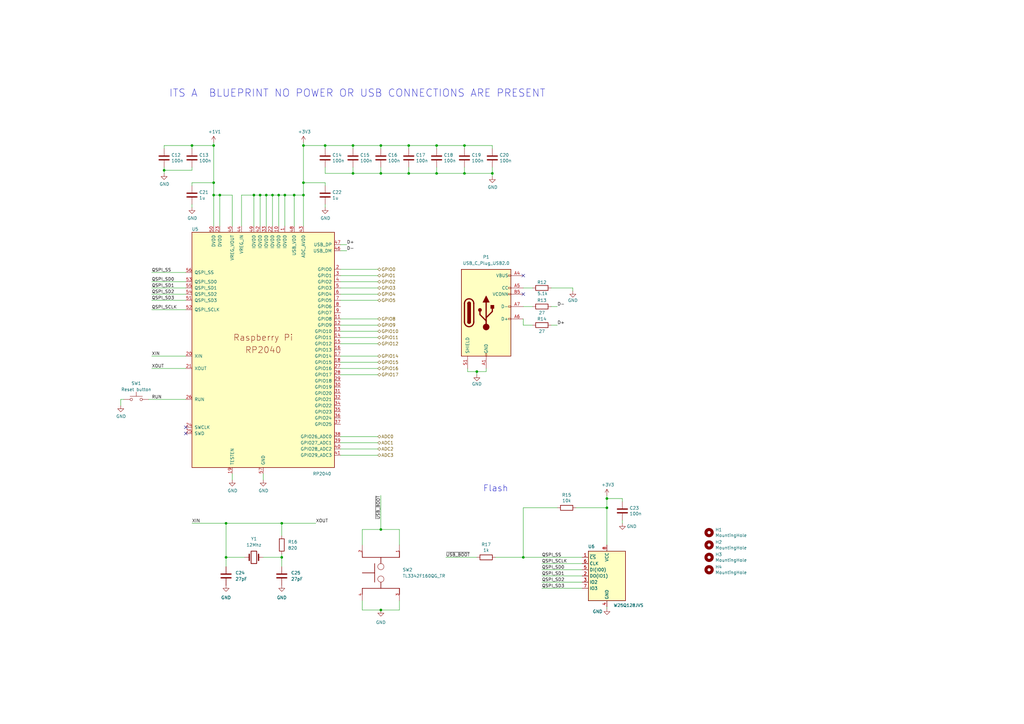
<source format=kicad_sch>
(kicad_sch (version 20250114) (generator "eeschema") (generator_version "9.0")
  (paper "A3")
  (lib_symbols
    (symbol "Connector:USB_C_Plug_USB2.0" (pin_names (offset 1.016))
      (property "Reference" "P" (at -10.16 19.05 0))
      (property "Value" "USB_C_Plug_USB2.0" (at 12.7 19.05 0))
      (symbol "USB_C_Plug_USB2.0_0_0"
        (rectangle (start -0.254 -17.78) (end 0.254 -16.764))
        (rectangle (start 10.16 15.494) (end 9.144 14.986))
        (rectangle (start 10.16 10.414) (end 9.144 9.906))
        (rectangle (start 10.16 7.874) (end 9.144 7.366))
        (rectangle (start 10.16 2.794) (end 9.144 2.286))
        (rectangle (start 10.16 -2.286) (end 9.144 -2.794))
      )
      (symbol "USB_C_Plug_USB2.0_0_1"
        (rectangle (start -10.16 17.78) (end 10.16 -17.78) (stroke (width 0.254)) (fill (type background)))
        (polyline (pts (xy -8.89 -3.81) (xy -8.89 3.81)) (stroke (width 0.508)))
        (rectangle (start -7.62 -3.81) (end -6.35 3.81) (stroke (width 0.254)) (fill (type outline)))
        (arc (start -7.62 3.81) (mid -6.985 4.4423) (end -6.35 3.81) (stroke (width 0.254)))
        (arc (start -7.62 3.81) (mid -6.985 4.4423) (end -6.35 3.81) (stroke (width 0.254)) (fill (type outline)))
        (arc (start -8.89 3.81) (mid -6.985 5.7067) (end -5.08 3.81) (stroke (width 0.508)))
        (arc (start -5.08 -3.81) (mid -6.985 -5.7067) (end -8.89 -3.81) (stroke (width 0.508)))
        (arc (start -6.35 -3.81) (mid -6.985 -4.4423) (end -7.62 -3.81) (stroke (width 0.254)))
        (arc (start -6.35 -3.81) (mid -6.985 -4.4423) (end -7.62 -3.81) (stroke (width 0.254)) (fill (type outline)))
        (polyline (pts (xy -5.08 3.81) (xy -5.08 -3.81)) (stroke (width 0.508)))
        (circle (center -2.54 1.143) (radius 0.635) (stroke (width 0.254)) (fill (type outline)))
        (polyline (pts (xy -1.27 4.318) (xy 0 6.858) (xy 1.27 4.318) (xy -1.27 4.318)) (stroke (width 0.254)) (fill (type outline)))
        (polyline (pts (xy 0 -2.032) (xy 2.54 0.508) (xy 2.54 1.778)) (stroke (width 0.508)))
        (polyline (pts (xy 0 -3.302) (xy -2.54 -0.762) (xy -2.54 0.508)) (stroke (width 0.508)))
        (polyline (pts (xy 0 -5.842) (xy 0 4.318)) (stroke (width 0.508)))
        (circle (center 0 -5.842) (radius 1.27) (fill (type outline)))
        (rectangle (start 1.905 1.778) (end 3.175 3.048) (stroke (width 0.254)) (fill (type outline)))
      )
      (symbol "USB_C_Plug_USB2.0_1_1"
        (pin passive line (at -7.62 -22.86 90) (length 5.08) (name "SHIELD") (number "S1"))
        (pin passive line (at 0 -22.86 90) (length 5.08) (name "GND") (number "A1"))
        (pin passive line (at 0 -22.86 90) (length 5.08) (hide yes) (name "GND") (number "A12"))
        (pin passive line (at 0 -22.86 90) (length 5.08) (hide yes) (name "GND") (number "B1"))
        (pin passive line (at 0 -22.86 90) (length 5.08) (hide yes) (name "GND") (number "B12"))
        (pin passive line (at 15.24 15.24 180) (length 5.08) (name "VBUS") (number "A4"))
        (pin passive line (at 15.24 15.24 180) (length 5.08) (hide yes) (name "VBUS") (number "A9"))
        (pin passive line (at 15.24 15.24 180) (length 5.08) (hide yes) (name "VBUS") (number "B4"))
        (pin passive line (at 15.24 15.24 180) (length 5.08) (hide yes) (name "VBUS") (number "B9"))
        (pin bidirectional line (at 15.24 10.16 180) (length 5.08) (name "CC") (number "A5"))
        (pin bidirectional line (at 15.24 7.62 180) (length 5.08) (name "VCONN") (number "B5"))
        (pin bidirectional line (at 15.24 2.54 180) (length 5.08) (name "D-") (number "A7"))
        (pin bidirectional line (at 15.24 -2.54 180) (length 5.08) (name "D+") (number "A6"))
      )
    )
    (symbol "Device:C" (pin_numbers (hide yes)) (pin_names (offset 0.254))
      (property "Reference" "C" (at 0.635 2.54 0))
      (property "Value" "C" (at 0.635 -2.54 0))
      (symbol "C_0_1"
        (polyline (pts (xy -2.032 0.762) (xy 2.032 0.762)) (stroke (width 0.508)))
        (polyline (pts (xy -2.032 -0.762) (xy 2.032 -0.762)) (stroke (width 0.508)))
      )
      (symbol "C_1_1"
        (pin passive line (at 0 3.81 270) (length 2.794) (name "~") (number "1"))
        (pin passive line (at 0 -3.81 90) (length 2.794) (name "~") (number "2"))
      )
    )
    (symbol "Device:Crystal" (pin_numbers (hide yes)) (pin_names (offset 1.016) (hide yes))
      (property "Reference" "Y" (at 0 3.81 0))
      (property "Value" "Crystal" (at 0 -3.81 0))
      (symbol "Crystal_0_1"
        (polyline (pts (xy -2.54 0) (xy -1.905 0)))
        (polyline (pts (xy -1.905 -1.27) (xy -1.905 1.27)) (stroke (width 0.508)))
        (rectangle (start -1.143 2.54) (end 1.143 -2.54) (stroke (width 0.3048)))
        (polyline (pts (xy 1.905 -1.27) (xy 1.905 1.27)) (stroke (width 0.508)))
        (polyline (pts (xy 2.54 0) (xy 1.905 0)))
      )
      (symbol "Crystal_1_1"
        (pin passive line (at -3.81 0 0) (length 1.27) (name "1") (number "1"))
        (pin passive line (at 3.81 0 180) (length 1.27) (name "2") (number "2"))
      )
    )
    (symbol "Device:R" (pin_numbers (hide yes)) (pin_names (offset 0))
      (property "Reference" "R" (at 2.032 0 90))
      (property "Value" "R" (at 0 0 90))
      (symbol "R_0_1"
        (rectangle (start -1.016 -2.54) (end 1.016 2.54) (stroke (width 0.254)))
      )
      (symbol "R_1_1"
        (pin passive line (at 0 3.81 270) (length 1.27) (name "~") (number "1"))
        (pin passive line (at 0 -3.81 90) (length 1.27) (name "~") (number "2"))
      )
    )
    (symbol "GND_1" (power) (pin_numbers (hide yes)) (pin_names (offset 0) (hide yes))
      (property "Value" "GND" (at 0 -3.81 0))
      (symbol "GND_1_0_1"
        (polyline (pts (xy 0 0) (xy 0 -1.27) (xy 1.27 -1.27) (xy 0 -2.54) (xy -1.27 -1.27) (xy 0 -1.27)))
      )
      (symbol "GND_1_1_1"
        (pin power_in line (at 0 0 270) (length 0) (name "~") (number "1"))
      )
    )
    (symbol "GND_2" (power) (pin_numbers (hide yes)) (pin_names (offset 0) (hide yes))
      (property "Value" "GND" (at 0 -3.81 0))
      (symbol "GND_2_0_1"
        (polyline (pts (xy 0 0) (xy 0 -1.27) (xy 1.27 -1.27) (xy 0 -2.54) (xy -1.27 -1.27) (xy 0 -1.27)))
      )
      (symbol "GND_2_1_1"
        (pin power_in line (at 0 0 270) (length 0) (name "~") (number "1"))
      )
    )
    (symbol "MCU_RaspberryPi_RP2040:RP2040" (pin_names (offset 1.016))
      (property "Reference" "U" (at -29.21 49.53 0))
      (property "Value" "RP2040" (at 24.13 -49.53 0))
      (symbol "RP2040_0_0"
        (text "Raspberry Pi" (at 0 5.08 0) (effects (font (size 2.54 2.54))))
        (text "RP2040" (at 0 0 0) (effects (font (size 2.54 2.54))))
      )
      (symbol "RP2040_0_1"
        (rectangle (start 29.21 48.26) (end -29.21 -48.26) (stroke (width 0.254)) (fill (type background)))
      )
      (symbol "RP2040_1_1"
        (pin bidirectional line (at -31.75 31.75 0) (length 2.54) (name "QSPI_SS") (number "56"))
        (pin bidirectional line (at -31.75 27.94 0) (length 2.54) (name "QSPI_SD0") (number "53"))
        (pin bidirectional line (at -31.75 25.4 0) (length 2.54) (name "QSPI_SD1") (number "55"))
        (pin bidirectional line (at -31.75 22.86 0) (length 2.54) (name "QSPI_SD2") (number "54"))
        (pin bidirectional line (at -31.75 20.32 0) (length 2.54) (name "QSPI_SD3") (number "51"))
        (pin output line (at -31.75 16.51 0) (length 2.54) (name "QSPI_SCLK") (number "52"))
        (pin input line (at -31.75 -2.54 0) (length 2.54) (name "XIN") (number "20"))
        (pin passive line (at -31.75 -7.62 0) (length 2.54) (name "XOUT") (number "21"))
        (pin input line (at -31.75 -20.32 0) (length 2.54) (name "RUN") (number "26"))
        (pin output line (at -31.75 -31.75 0) (length 2.54) (name "SWCLK") (number "24"))
        (pin bidirectional line (at -31.75 -34.29 0) (length 2.54) (name "SWD") (number "25"))
        (pin power_in line (at -20.32 50.8 270) (length 2.54) (name "DVDD") (number "50"))
        (pin power_in line (at -17.78 50.8 270) (length 2.54) (name "DVDD") (number "23"))
        (pin power_out line (at -12.7 50.8 270) (length 2.54) (name "VREG_VOUT") (number "45"))
        (pin passive line (at -12.7 -50.8 90) (length 2.54) (name "TESTEN") (number "19"))
        (pin power_in line (at -8.89 50.8 270) (length 2.54) (name "VREG_IN") (number "44"))
        (pin power_in line (at -3.81 50.8 270) (length 2.54) (name "IOVDD") (number "49"))
        (pin power_in line (at -1.27 50.8 270) (length 2.54) (name "IOVDD") (number "42"))
        (pin power_in line (at 0 -50.8 90) (length 2.54) (name "GND") (number "57"))
        (pin power_in line (at 1.27 50.8 270) (length 2.54) (name "IOVDD") (number "33"))
        (pin power_in line (at 3.81 50.8 270) (length 2.54) (name "IOVDD") (number "22"))
        (pin power_in line (at 6.35 50.8 270) (length 2.54) (name "IOVDD") (number "10"))
        (pin power_in line (at 8.89 50.8 270) (length 2.54) (name "IOVDD") (number "1"))
        (pin power_in line (at 12.7 50.8 270) (length 2.54) (name "USB_VDD") (number "48"))
        (pin power_in line (at 16.51 50.8 270) (length 2.54) (name "ADC_AVDD") (number "43"))
        (pin bidirectional line (at 31.75 43.18 180) (length 2.54) (name "USB_DP") (number "47"))
        (pin bidirectional line (at 31.75 40.64 180) (length 2.54) (name "USB_DM") (number "46"))
        (pin bidirectional line (at 31.75 33.02 180) (length 2.54) (name "GPIO0") (number "2"))
        (pin bidirectional line (at 31.75 30.48 180) (length 2.54) (name "GPIO1") (number "3"))
        (pin bidirectional line (at 31.75 27.94 180) (length 2.54) (name "GPIO2") (number "4"))
        (pin bidirectional line (at 31.75 25.4 180) (length 2.54) (name "GPIO3") (number "5"))
        (pin bidirectional line (at 31.75 22.86 180) (length 2.54) (name "GPIO4") (number "6"))
        (pin bidirectional line (at 31.75 20.32 180) (length 2.54) (name "GPIO5") (number "7"))
        (pin bidirectional line (at 31.75 17.78 180) (length 2.54) (name "GPIO6") (number "8"))
        (pin bidirectional line (at 31.75 15.24 180) (length 2.54) (name "GPIO7") (number "9"))
        (pin bidirectional line (at 31.75 12.7 180) (length 2.54) (name "GPIO8") (number "11"))
        (pin bidirectional line (at 31.75 10.16 180) (length 2.54) (name "GPIO9") (number "12"))
        (pin bidirectional line (at 31.75 7.62 180) (length 2.54) (name "GPIO10") (number "13"))
        (pin bidirectional line (at 31.75 5.08 180) (length 2.54) (name "GPIO11") (number "14"))
        (pin bidirectional line (at 31.75 2.54 180) (length 2.54) (name "GPIO12") (number "15"))
        (pin bidirectional line (at 31.75 0 180) (length 2.54) (name "GPIO13") (number "16"))
        (pin bidirectional line (at 31.75 -2.54 180) (length 2.54) (name "GPIO14") (number "17"))
        (pin bidirectional line (at 31.75 -5.08 180) (length 2.54) (name "GPIO15") (number "18"))
        (pin bidirectional line (at 31.75 -7.62 180) (length 2.54) (name "GPIO16") (number "27"))
        (pin bidirectional line (at 31.75 -10.16 180) (length 2.54) (name "GPIO17") (number "28"))
        (pin bidirectional line (at 31.75 -12.7 180) (length 2.54) (name "GPIO18") (number "29"))
        (pin bidirectional line (at 31.75 -15.24 180) (length 2.54) (name "GPIO19") (number "30"))
        (pin bidirectional line (at 31.75 -17.78 180) (length 2.54) (name "GPIO20") (number "31"))
        (pin bidirectional line (at 31.75 -20.32 180) (length 2.54) (name "GPIO21") (number "32"))
        (pin bidirectional line (at 31.75 -22.86 180) (length 2.54) (name "GPIO22") (number "34"))
        (pin bidirectional line (at 31.75 -25.4 180) (length 2.54) (name "GPIO23") (number "35"))
        (pin bidirectional line (at 31.75 -27.94 180) (length 2.54) (name "GPIO24") (number "36"))
        (pin bidirectional line (at 31.75 -30.48 180) (length 2.54) (name "GPIO25") (number "37"))
        (pin bidirectional line (at 31.75 -35.56 180) (length 2.54) (name "GPIO26_ADC0") (number "38"))
        (pin bidirectional line (at 31.75 -38.1 180) (length 2.54) (name "GPIO27_ADC1") (number "39"))
        (pin bidirectional line (at 31.75 -40.64 180) (length 2.54) (name "GPIO28_ADC2") (number "40"))
        (pin bidirectional line (at 31.75 -43.18 180) (length 2.54) (name "GPIO29_ADC3") (number "41"))
      )
    )
    (symbol "Mechanical:MountingHole" (pin_names (offset 1.016))
      (property "Reference" "H" (at 0 5.08 0))
      (property "Value" "MountingHole" (at 0 3.175 0))
      (symbol "MountingHole_0_1"
        (circle (center 0 0) (radius 1.27) (stroke (width 1.27)))
      )
    )
    (symbol "Memory_Flash:W25Q128JVS"
      (property "Reference" "U" (at -8.89 8.89 0))
      (property "Value" "W25Q128JVS" (at 7.62 8.89 0))
      (symbol "W25Q128JVS_0_1"
        (rectangle (start -7.62 10.16) (end 7.62 -10.16) (stroke (width 0.254)) (fill (type background)))
      )
      (symbol "W25Q128JVS_1_1"
        (pin input line (at -10.16 7.62 0) (length 2.54) (name "~{CS}") (number "1"))
        (pin input line (at -10.16 5.08 0) (length 2.54) (name "CLK") (number "6"))
        (pin bidirectional line (at -10.16 2.54 0) (length 2.54) (name "DI(IO0)") (number "5"))
        (pin bidirectional line (at -10.16 0 0) (length 2.54) (name "DO(IO1)") (number "2"))
        (pin bidirectional line (at -10.16 -2.54 0) (length 2.54) (name "IO2") (number "3"))
        (pin bidirectional line (at -10.16 -5.08 0) (length 2.54) (name "IO3") (number "7"))
        (pin power_in line (at 0 12.7 270) (length 2.54) (name "VCC") (number "8"))
        (pin power_in line (at 0 -12.7 90) (length 2.54) (name "GND") (number "4"))
      )
    )
    (symbol "Switch:SW_Push" (pin_numbers (hide yes)) (pin_names (offset 1.016) (hide yes))
      (property "Reference" "SW" (at 1.27 2.54 0))
      (property "Value" "SW_Push" (at 0 -1.524 0))
      (symbol "SW_Push_0_1"
        (circle (center -2.032 0) (radius 0.508))
        (polyline (pts (xy 0 1.27) (xy 0 3.048)))
        (circle (center 2.032 0) (radius 0.508))
        (polyline (pts (xy 2.54 1.27) (xy -2.54 1.27)))
        (pin passive line (at -5.08 0 0) (length 2.54) (name "1") (number "1"))
        (pin passive line (at 5.08 0 180) (length 2.54) (name "2") (number "2"))
      )
    )
    (symbol "TL3342F160QG_TR:TL3342F160QG_TR" (pin_names (offset 1.016))
      (property "Reference" "SW" (at -12.7292 16.5481 0))
      (property "Value" "TL3342F160QG_TR" (at -12.7326 -17.8256 0))
      (symbol "TL3342F160QG_TR_0_0"
        (polyline (pts (xy -7.62 6.35) (xy -7.62 8.89)) (stroke (width 0.254)))
        (polyline (pts (xy -7.62 6.35) (xy 7.62 6.35)) (stroke (width 0.254)))
        (polyline (pts (xy -7.62 -6.35) (xy -7.62 -8.89)) (stroke (width 0.254)))
        (polyline (pts (xy -7.62 -6.35) (xy 7.62 -6.35)) (stroke (width 0.254)))
        (polyline (pts (xy 0 6.35) (xy 0 3.81)) (stroke (width 0.254)))
        (circle (center 0 2.54) (radius 1.27))
        (circle (center 0 -2.54) (radius 1.27))
        (polyline (pts (xy 0 -3.81) (xy 0 -6.35)) (stroke (width 0.254)))
        (polyline (pts (xy 2.54 3.81) (xy 2.54 0)) (stroke (width 0.254)))
        (polyline (pts (xy 2.54 0) (xy 2.54 -3.81)) (stroke (width 0.254)))
        (polyline (pts (xy 2.54 0) (xy 7.62 0)) (stroke (width 0.254)))
        (polyline (pts (xy 7.62 6.35) (xy 7.62 8.89)) (stroke (width 0.254)))
        (polyline (pts (xy 7.62 -6.35) (xy 7.62 -8.89)) (stroke (width 0.254)))
        (pin passive line (at -7.62 11.43 270) (length 5.08) (name "~") (number "3"))
        (pin passive line (at -7.62 -11.43 90) (length 5.08) (name "~") (number "1"))
        (pin passive line (at 7.62 11.43 270) (length 5.08) (name "~") (number "4"))
        (pin passive line (at 7.62 -11.43 90) (length 5.08) (name "~") (number "2"))
      )
    )
    (symbol "power:+1V1" (power) (pin_names (offset 0))
      (property "Value" "+1V1" (at 0 3.556 0))
      (symbol "+1V1_0_1"
        (polyline (pts (xy -0.762 1.27) (xy 0 2.54)))
        (polyline (pts (xy 0 2.54) (xy 0.762 1.27)))
        (polyline (pts (xy 0 0) (xy 0 2.54)))
      )
      (symbol "+1V1_1_1"
        (pin power_in line (at 0 0 90) (length 0) (hide yes) (name "+1V1") (number "1"))
      )
    )
    (symbol "power:+3V3" (power) (pin_names (offset 0))
      (property "Value" "+3V3" (at 0 3.556 0))
      (symbol "+3V3_0_1"
        (polyline (pts (xy -0.762 1.27) (xy 0 2.54)))
        (polyline (pts (xy 0 2.54) (xy 0.762 1.27)))
        (polyline (pts (xy 0 0) (xy 0 2.54)))
      )
      (symbol "+3V3_1_1"
        (pin power_in line (at 0 0 90) (length 0) (hide yes) (name "+3V3") (number "1"))
      )
    )
    (symbol "power:GND" (power) (pin_names (offset 0))
      (property "Value" "GND" (at 0 -3.81 0))
      (symbol "GND_0_1"
        (polyline (pts (xy 0 0) (xy 0 -1.27) (xy 1.27 -1.27) (xy 0 -2.54) (xy -1.27 -1.27) (xy 0 -1.27)))
      )
      (symbol "GND_1_1"
        (pin power_in line (at 0 0 270) (length 0) (hide yes) (name "GND") (number "1"))
      )
    )
  )
  (text "Flash" (at 198.12 201.93 0) (effects (font (size 2.54 2.54)) (justify left bottom)))
  (text "ITS A  BLUEPRINT NO POWER OR USB CONNECTIONS ARE PRESENT" (at 146.558 38.354 0) (effects (font (size 3.048 3.048))))
  (junction (at 109.22 80.01))
  (junction (at 116.84 80.01))
  (junction (at 190.5 71.12))
  (junction (at 133.35 59.69))
  (junction (at 115.57 214.63))
  (junction (at 87.63 74.93))
  (junction (at 167.64 59.69))
  (junction (at 104.14 80.01))
  (junction (at 179.07 59.69))
  (junction (at 201.93 71.12))
  (junction (at 190.5 59.69))
  (junction (at 124.46 59.69))
  (junction (at 67.31 69.85))
  (junction (at 248.92 208.28))
  (junction (at 248.92 204.47))
  (junction (at 90.17 80.01))
  (junction (at 156.21 250.19))
  (junction (at 124.46 74.93))
  (junction (at 156.21 59.69))
  (junction (at 124.46 80.01))
  (junction (at 156.21 71.12))
  (junction (at 106.68 80.01))
  (junction (at 156.21 217.17))
  (junction (at 214.63 228.6))
  (junction (at 114.3 80.01))
  (junction (at 78.74 59.69))
  (junction (at 167.64 71.12))
  (junction (at 87.63 80.01))
  (junction (at 92.71 214.63))
  (junction (at 115.57 228.6))
  (junction (at 120.65 80.01))
  (junction (at 92.71 228.6))
  (junction (at 179.07 71.12))
  (junction (at 111.76 80.01))
  (junction (at 195.58 152.4))
  (junction (at 87.63 59.69))
  (junction (at 144.78 59.69))
  (junction (at 144.78 71.12))
  (no_connect (at 76.2 177.8))
  (no_connect (at 76.2 175.26))
  (no_connect (at 214.63 120.65))
  (no_connect (at 214.63 113.03))
  (wire (pts (xy 139.7 120.65) (xy 154.94 120.65)))
  (wire (pts (xy 111.76 80.01) (xy 114.3 80.01)))
  (wire (pts (xy 49.53 163.83) (xy 50.8 163.83)))
  (wire (pts (xy 133.35 83.82) (xy 133.35 85.09)))
  (wire (pts (xy 201.93 68.58) (xy 201.93 71.12)))
  (wire (pts (xy 226.06 118.11) (xy 234.95 118.11)))
  (wire (pts (xy 124.46 59.69) (xy 124.46 74.93)))
  (wire (pts (xy 156.21 71.12) (xy 144.78 71.12)))
  (wire (pts (xy 156.21 203.2) (xy 156.21 217.17)))
  (wire (pts (xy 99.06 80.01) (xy 104.14 80.01)))
  (wire (pts (xy 139.7 135.89) (xy 154.94 135.89)))
  (wire (pts (xy 139.7 100.33) (xy 142.24 100.33)))
  (wire (pts (xy 106.68 92.71) (xy 106.68 80.01)))
  (wire (pts (xy 99.06 92.71) (xy 99.06 80.01)))
  (wire (pts (xy 156.21 250.19) (xy 163.83 250.19)))
  (wire (pts (xy 214.63 208.28) (xy 228.6 208.28)))
  (wire (pts (xy 115.57 228.6) (xy 115.57 232.41)))
  (wire (pts (xy 87.63 59.69) (xy 87.63 74.93)))
  (wire (pts (xy 201.93 60.96) (xy 201.93 59.69)))
  (wire (pts (xy 90.17 92.71) (xy 90.17 80.01)))
  (wire (pts (xy 226.06 125.73) (xy 228.6 125.73)))
  (wire (pts (xy 148.59 223.52) (xy 148.59 217.17)))
  (wire (pts (xy 87.63 80.01) (xy 87.63 92.71)))
  (wire (pts (xy 62.23 123.19) (xy 76.2 123.19)))
  (wire (pts (xy 156.21 68.58) (xy 156.21 71.12)))
  (wire (pts (xy 92.71 228.6) (xy 92.71 232.41)))
  (wire (pts (xy 238.76 233.68) (xy 222.25 233.68)))
  (wire (pts (xy 199.39 152.4) (xy 199.39 151.13)))
  (wire (pts (xy 248.92 249.555) (xy 248.92 248.92)))
  (wire (pts (xy 167.64 60.96) (xy 167.64 59.69)))
  (wire (pts (xy 214.63 130.81) (xy 214.63 133.35)))
  (wire (pts (xy 62.23 118.11) (xy 76.2 118.11)))
  (wire (pts (xy 104.14 80.01) (xy 106.68 80.01)))
  (wire (pts (xy 190.5 71.12) (xy 179.07 71.12)))
  (wire (pts (xy 179.07 60.96) (xy 179.07 59.69)))
  (wire (pts (xy 92.71 214.63) (xy 92.71 228.6)))
  (wire (pts (xy 116.84 80.01) (xy 120.65 80.01)))
  (wire (pts (xy 214.63 133.35) (xy 218.44 133.35)))
  (wire (pts (xy 179.07 59.69) (xy 190.5 59.69)))
  (wire (pts (xy 111.76 92.71) (xy 111.76 80.01)))
  (wire (pts (xy 78.74 83.82) (xy 78.74 85.09)))
  (wire (pts (xy 214.63 125.73) (xy 218.44 125.73)))
  (wire (pts (xy 67.31 69.85) (xy 67.31 71.12)))
  (wire (pts (xy 67.31 59.69) (xy 78.74 59.69)))
  (wire (pts (xy 133.35 60.96) (xy 133.35 59.69)))
  (wire (pts (xy 148.59 250.19) (xy 156.21 250.19)))
  (wire (pts (xy 139.7 148.59) (xy 154.94 148.59)))
  (wire (pts (xy 139.7 130.81) (xy 154.94 130.81)))
  (wire (pts (xy 78.74 76.2) (xy 78.74 74.93)))
  (wire (pts (xy 115.57 214.63) (xy 129.54 214.63)))
  (wire (pts (xy 124.46 74.93) (xy 124.46 80.01)))
  (wire (pts (xy 255.27 205.74) (xy 255.27 204.47)))
  (wire (pts (xy 179.07 68.58) (xy 179.07 71.12)))
  (wire (pts (xy 114.3 92.71) (xy 114.3 80.01)))
  (wire (pts (xy 95.25 80.01) (xy 90.17 80.01)))
  (wire (pts (xy 163.83 217.17) (xy 163.83 223.52)))
  (wire (pts (xy 234.95 118.11) (xy 234.95 119.38)))
  (wire (pts (xy 76.2 127) (xy 62.23 127)))
  (wire (pts (xy 133.35 59.69) (xy 144.78 59.69)))
  (wire (pts (xy 139.7 146.05) (xy 154.94 146.05)))
  (wire (pts (xy 214.63 208.28) (xy 214.63 228.6)))
  (wire (pts (xy 60.96 163.83) (xy 76.2 163.83)))
  (wire (pts (xy 167.64 59.69) (xy 179.07 59.69)))
  (wire (pts (xy 90.17 80.01) (xy 87.63 80.01)))
  (wire (pts (xy 139.7 115.57) (xy 154.94 115.57)))
  (wire (pts (xy 238.76 236.22) (xy 222.25 236.22)))
  (wire (pts (xy 139.7 153.67) (xy 154.94 153.67)))
  (wire (pts (xy 248.92 208.28) (xy 248.92 223.52)))
  (wire (pts (xy 226.06 133.35) (xy 228.6 133.35)))
  (wire (pts (xy 67.31 69.85) (xy 78.74 69.85)))
  (wire (pts (xy 78.74 59.69) (xy 87.63 59.69)))
  (wire (pts (xy 156.21 59.69) (xy 167.64 59.69)))
  (wire (pts (xy 248.92 204.47) (xy 248.92 208.28)))
  (wire (pts (xy 120.65 80.01) (xy 124.46 80.01)))
  (wire (pts (xy 107.95 194.31) (xy 107.95 196.85)))
  (wire (pts (xy 76.2 151.13) (xy 62.23 151.13)))
  (wire (pts (xy 144.78 59.69) (xy 156.21 59.69)))
  (wire (pts (xy 78.74 60.96) (xy 78.74 59.69)))
  (wire (pts (xy 203.2 228.6) (xy 214.63 228.6)))
  (wire (pts (xy 76.2 111.76) (xy 62.23 111.76)))
  (wire (pts (xy 139.7 184.15) (xy 154.94 184.15)))
  (wire (pts (xy 190.5 71.12) (xy 201.93 71.12)))
  (wire (pts (xy 78.74 69.85) (xy 78.74 68.58)))
  (wire (pts (xy 156.21 60.96) (xy 156.21 59.69)))
  (wire (pts (xy 120.65 92.71) (xy 120.65 80.01)))
  (wire (pts (xy 148.59 217.17) (xy 156.21 217.17)))
  (wire (pts (xy 78.74 214.63) (xy 92.71 214.63)))
  (wire (pts (xy 195.58 228.6) (xy 182.88 228.6)))
  (wire (pts (xy 144.78 60.96) (xy 144.78 59.69)))
  (wire (pts (xy 139.7 118.11) (xy 154.94 118.11)))
  (wire (pts (xy 238.76 241.3) (xy 222.25 241.3)))
  (wire (pts (xy 190.5 68.58) (xy 190.5 71.12)))
  (wire (pts (xy 67.31 68.58) (xy 67.31 69.85)))
  (wire (pts (xy 92.71 214.63) (xy 115.57 214.63)))
  (wire (pts (xy 87.63 58.42) (xy 87.63 59.69)))
  (wire (pts (xy 124.46 80.01) (xy 124.46 92.71)))
  (wire (pts (xy 238.76 238.76) (xy 222.25 238.76)))
  (wire (pts (xy 248.92 203.2) (xy 248.92 204.47)))
  (wire (pts (xy 62.23 120.65) (xy 76.2 120.65)))
  (wire (pts (xy 167.64 68.58) (xy 167.64 71.12)))
  (wire (pts (xy 191.77 151.13) (xy 191.77 152.4)))
  (wire (pts (xy 148.59 246.38) (xy 148.59 250.19)))
  (wire (pts (xy 201.93 71.12) (xy 201.93 72.39)))
  (wire (pts (xy 195.58 152.4) (xy 195.58 153.67)))
  (wire (pts (xy 139.7 133.35) (xy 154.94 133.35)))
  (wire (pts (xy 139.7 113.03) (xy 154.94 113.03)))
  (wire (pts (xy 139.7 140.97) (xy 154.94 140.97)))
  (wire (pts (xy 190.5 60.96) (xy 190.5 59.69)))
  (wire (pts (xy 139.7 123.19) (xy 154.94 123.19)))
  (wire (pts (xy 49.53 166.37) (xy 49.53 163.83)))
  (wire (pts (xy 107.95 228.6) (xy 115.57 228.6)))
  (wire (pts (xy 144.78 71.12) (xy 133.35 71.12)))
  (wire (pts (xy 106.68 80.01) (xy 109.22 80.01)))
  (wire (pts (xy 179.07 71.12) (xy 167.64 71.12)))
  (wire (pts (xy 78.74 74.93) (xy 87.63 74.93)))
  (wire (pts (xy 62.23 115.57) (xy 76.2 115.57)))
  (wire (pts (xy 139.7 186.69) (xy 154.94 186.69)))
  (wire (pts (xy 139.7 179.07) (xy 154.94 179.07)))
  (wire (pts (xy 191.77 152.4) (xy 195.58 152.4)))
  (wire (pts (xy 116.84 80.01) (xy 116.84 92.71)))
  (wire (pts (xy 139.7 102.87) (xy 142.24 102.87)))
  (wire (pts (xy 133.35 68.58) (xy 133.35 71.12)))
  (wire (pts (xy 100.33 228.6) (xy 92.71 228.6)))
  (wire (pts (xy 236.22 208.28) (xy 248.92 208.28)))
  (wire (pts (xy 163.83 246.38) (xy 163.83 250.19)))
  (wire (pts (xy 195.58 152.4) (xy 199.39 152.4)))
  (wire (pts (xy 139.7 138.43) (xy 154.94 138.43)))
  (wire (pts (xy 190.5 59.69) (xy 201.93 59.69)))
  (wire (pts (xy 124.46 59.69) (xy 133.35 59.69)))
  (wire (pts (xy 167.64 71.12) (xy 156.21 71.12)))
  (wire (pts (xy 144.78 68.58) (xy 144.78 71.12)))
  (wire (pts (xy 255.27 204.47) (xy 248.92 204.47)))
  (wire (pts (xy 104.14 92.71) (xy 104.14 80.01)))
  (wire (pts (xy 114.3 80.01) (xy 116.84 80.01)))
  (wire (pts (xy 222.25 231.14) (xy 238.76 231.14)))
  (wire (pts (xy 156.21 217.17) (xy 163.83 217.17)))
  (wire (pts (xy 124.46 58.42) (xy 124.46 59.69)))
  (wire (pts (xy 139.7 110.49) (xy 154.94 110.49)))
  (wire (pts (xy 214.63 228.6) (xy 238.76 228.6)))
  (wire (pts (xy 255.27 213.36) (xy 255.27 214.63)))
  (wire (pts (xy 214.63 118.11) (xy 218.44 118.11)))
  (wire (pts (xy 67.31 60.96) (xy 67.31 59.69)))
  (wire (pts (xy 124.46 74.93) (xy 133.35 74.93)))
  (wire (pts (xy 139.7 181.61) (xy 154.94 181.61)))
  (wire (pts (xy 109.22 80.01) (xy 111.76 80.01)))
  (wire (pts (xy 115.57 227.33) (xy 115.57 228.6)))
  (wire (pts (xy 133.35 76.2) (xy 133.35 74.93)))
  (wire (pts (xy 109.22 92.71) (xy 109.22 80.01)))
  (wire (pts (xy 87.63 74.93) (xy 87.63 80.01)))
  (wire (pts (xy 95.25 92.71) (xy 95.25 80.01)))
  (wire (pts (xy 95.25 194.31) (xy 95.25 196.85)))
  (wire (pts (xy 115.57 214.63) (xy 115.57 219.71)))
  (wire (pts (xy 62.23 146.05) (xy 76.2 146.05)))
  (wire (pts (xy 139.7 151.13) (xy 154.94 151.13)))
  (label "XIN" (at 78.74 214.63 0))
  (label "QSPI_SS" (at 222.25 228.6 0))
  (label "QSPI_SD3" (at 62.23 123.19 0))
  (label "QSPI_SD1" (at 62.23 118.11 0))
  (label "~{USB_BOOT}" (at 156.21 203.2 270))
  (label "QSPI_SCLK" (at 222.25 231.14 0))
  (label "XOUT" (at 129.54 214.63 0))
  (label "RUN" (at 62.23 163.83 0))
  (label "QSPI_SCLK" (at 62.23 127 0))
  (label "XOUT" (at 62.23 151.13 0))
  (label "~{USB_BOOT}" (at 182.88 228.6 0))
  (label "QSPI_SS" (at 62.23 111.76 0))
  (label "QSPI_SD2" (at 222.25 238.76 0))
  (label "XIN" (at 62.23 146.05 0))
  (label "D+" (at 142.24 100.33 0))
  (label "QSPI_SD1" (at 222.25 236.22 0))
  (label "QSPI_SD2" (at 62.23 120.65 0))
  (label "D+" (at 228.6 133.35 0))
  (label "D-" (at 228.6 125.73 0))
  (label "QSPI_SD0" (at 62.23 115.57 0))
  (label "D-" (at 142.24 102.87 0))
  (label "QSPI_SD0" (at 222.25 233.68 0))
  (label "QSPI_SD3" (at 222.25 241.3 0))
  (hierarchical_label "ADC3" (shape bidirectional) (at 154.94 186.69 0))
  (hierarchical_label "GPIO8" (shape bidirectional) (at 154.94 130.81 0))
  (hierarchical_label "GPIO11" (shape bidirectional) (at 154.94 138.43 0))
  (hierarchical_label "GPIO15" (shape bidirectional) (at 154.94 148.59 0))
  (hierarchical_label "GPIO17" (shape bidirectional) (at 154.94 153.67 0))
  (hierarchical_label "GPIO1" (shape bidirectional) (at 154.94 113.03 0))
  (hierarchical_label "ADC0" (shape bidirectional) (at 154.94 179.07 0))
  (hierarchical_label "GPIO4" (shape bidirectional) (at 154.94 120.65 0))
  (hierarchical_label "GPIO12" (shape bidirectional) (at 154.94 140.97 0))
  (hierarchical_label "GPIO14" (shape bidirectional) (at 154.94 146.05 0))
  (hierarchical_label "GPIO10" (shape bidirectional) (at 154.94 135.89 0))
  (hierarchical_label "GPIO3" (shape bidirectional) (at 154.94 118.11 0))
  (hierarchical_label "GPIO16" (shape bidirectional) (at 154.94 151.13 0))
  (hierarchical_label "GPIO9" (shape bidirectional) (at 154.94 133.35 0))
  (hierarchical_label "ADC1" (shape bidirectional) (at 154.94 181.61 0))
  (hierarchical_label "GPIO0" (shape bidirectional) (at 154.94 110.49 0))
  (hierarchical_label "ADC2" (shape bidirectional) (at 154.94 184.15 0))
  (hierarchical_label "GPIO2" (shape bidirectional) (at 154.94 115.57 0))
  (hierarchical_label "GPIO5" (shape bidirectional) (at 154.94 123.19 0))
  (symbol (lib_id "MCU_RaspberryPi_RP2040:RP2040") (at 107.95 143.51 0) (unit 1)
    (property "Reference" "U5" (at 80.01 93.98 0))
    (property "Value" "RP2040" (at 132.08 194.31 0))
    (property "Footprint" "RP2040_minimal:RP2040-QFN-56" (effects (hide yes)))
  )
  (symbol (lib_id "Device:R") (at 199.39 228.6 270) (unit 1)
    (property "Reference" "R17" (at 199.39 223.3422 90))
    (property "Value" "1k" (at 199.39 225.6536 90))
    (property "Footprint" "Resistor_SMD:R_0402_1005Metric" (effects (hide yes)))
  )
  (symbol (lib_id "power:GND") (at 107.95 196.85 0) (unit 1)
    (property "Reference" "#PWR016" (effects (hide yes)))
    (property "Value" "GND" (at 108.077 201.2442 0))
  )
  (symbol (lib_id "power:GND") (at 95.25 196.85 0) (unit 1)
    (property "Reference" "#PWR015" (effects (hide yes)))
    (property "Value" "GND" (at 95.377 201.2442 0))
  )
  (symbol (lib_id "power:+3V3") (at 124.46 58.42 0) (unit 1)
    (property "Reference" "#PWR017" (effects (hide yes)))
    (property "Value" "+3V3" (at 124.841 54.0258 0))
  )
  (symbol (lib_id "power:+1V1") (at 87.63 58.42 0) (unit 1)
    (property "Reference" "#PWR014" (effects (hide yes)))
    (property "Value" "+1V1" (at 88.011 54.0258 0))
  )
  (symbol (lib_id "Device:C") (at 133.35 64.77 0) (unit 1)
    (property "Reference" "C14" (at 136.271 63.6016 0) (effects (justify left)))
    (property "Value" "100n" (at 136.271 65.913 0) (effects (justify left)))
    (property "Footprint" "Capacitor_SMD:C_0603_1608Metric_Pad1.08x0.95mm_HandSolder" (effects (hide yes)))
  )
  (symbol (lib_id "Device:C") (at 144.78 64.77 0) (unit 1)
    (property "Reference" "C15" (at 147.701 63.6016 0) (effects (justify left)))
    (property "Value" "100n" (at 147.701 65.913 0) (effects (justify left)))
    (property "Footprint" "Capacitor_SMD:C_0603_1608Metric_Pad1.08x0.95mm_HandSolder" (effects (hide yes)))
  )
  (symbol (lib_id "Device:C") (at 156.21 64.77 0) (unit 1)
    (property "Reference" "C16" (at 159.131 63.6016 0) (effects (justify left)))
    (property "Value" "100n" (at 159.131 65.913 0) (effects (justify left)))
    (property "Footprint" "Capacitor_SMD:C_0603_1608Metric_Pad1.08x0.95mm_HandSolder" (effects (hide yes)))
  )
  (symbol (lib_id "Device:C") (at 167.64 64.77 0) (unit 1)
    (property "Reference" "C17" (at 170.561 63.6016 0) (effects (justify left)))
    (property "Value" "100n" (at 170.561 65.913 0) (effects (justify left)))
    (property "Footprint" "Capacitor_SMD:C_0603_1608Metric_Pad1.08x0.95mm_HandSolder" (effects (hide yes)))
  )
  (symbol (lib_id "Device:C") (at 179.07 64.77 0) (unit 1)
    (property "Reference" "C18" (at 181.991 63.6016 0) (effects (justify left)))
    (property "Value" "100n" (at 181.991 65.913 0) (effects (justify left)))
    (property "Footprint" "Capacitor_SMD:C_0603_1608Metric_Pad1.08x0.95mm_HandSolder" (effects (hide yes)))
  )
  (symbol (lib_id "Device:C") (at 190.5 64.77 0) (unit 1)
    (property "Reference" "C19" (at 193.421 63.6016 0) (effects (justify left)))
    (property "Value" "100n" (at 193.421 65.913 0) (effects (justify left)))
    (property "Footprint" "Capacitor_SMD:C_0603_1608Metric_Pad1.08x0.95mm_HandSolder" (effects (hide yes)))
  )
  (symbol (lib_id "Device:C") (at 201.93 64.77 0) (unit 1)
    (property "Reference" "C20" (at 204.851 63.6016 0) (effects (justify left)))
    (property "Value" "100n" (at 204.851 65.913 0) (effects (justify left)))
    (property "Footprint" "Capacitor_SMD:C_0603_1608Metric_Pad1.08x0.95mm_HandSolder" (effects (hide yes)))
  )
  (symbol (lib_id "Device:C") (at 67.31 64.77 0) (unit 1)
    (property "Reference" "C12" (at 70.231 63.6016 0) (effects (justify left)))
    (property "Value" "100n" (at 70.231 65.913 0) (effects (justify left)))
    (property "Footprint" "Capacitor_SMD:C_0603_1608Metric_Pad1.08x0.95mm_HandSolder" (effects (hide yes)))
  )
  (symbol (lib_id "Device:C") (at 78.74 64.77 0) (unit 1)
    (property "Reference" "C13" (at 81.661 63.6016 0) (effects (justify left)))
    (property "Value" "100n" (at 81.661 65.913 0) (effects (justify left)))
    (property "Footprint" "Capacitor_SMD:C_0603_1608Metric_Pad1.08x0.95mm_HandSolder" (effects (hide yes)))
  )
  (symbol (lib_id "Device:C") (at 78.74 80.01 0) (unit 1)
    (property "Reference" "C21" (at 81.661 78.8416 0) (effects (justify left)))
    (property "Value" "1u" (at 81.661 81.153 0) (effects (justify left)))
    (property "Footprint" "Capacitor_SMD:C_0603_1608Metric_Pad1.08x0.95mm_HandSolder" (effects (hide yes)))
  )
  (symbol (lib_id "Device:C") (at 133.35 80.01 0) (unit 1)
    (property "Reference" "C22" (at 136.271 78.8416 0) (effects (justify left)))
    (property "Value" "1u" (at 136.271 81.153 0) (effects (justify left)))
    (property "Footprint" "Capacitor_SMD:C_0603_1608Metric_Pad1.08x0.95mm_HandSolder" (effects (hide yes)))
  )
  (symbol (lib_id "Mechanical:MountingHole") (at 290.83 218.44 0) (unit 1)
    (property "Reference" "H1" (at 293.37 217.2716 0) (effects (justify left)))
    (property "Value" "MountingHole" (at 293.37 219.583 0) (effects (justify left)))
    (property "Footprint" "MountingHole:MountingHole_2.7mm_M2.5" (effects (hide yes)))
  )
  (symbol (lib_id "Mechanical:MountingHole") (at 290.83 223.52 0) (unit 1)
    (property "Reference" "H2" (at 293.37 222.3516 0) (effects (justify left)))
    (property "Value" "MountingHole" (at 293.37 224.663 0) (effects (justify left)))
    (property "Footprint" "MountingHole:MountingHole_2.7mm_M2.5" (effects (hide yes)))
  )
  (symbol (lib_id "Mechanical:MountingHole") (at 290.83 228.6 0) (unit 1)
    (property "Reference" "H3" (at 293.37 227.4316 0) (effects (justify left)))
    (property "Value" "MountingHole" (at 293.37 229.743 0) (effects (justify left)))
    (property "Footprint" "MountingHole:MountingHole_2.7mm_M2.5" (effects (hide yes)))
  )
  (symbol (lib_id "Mechanical:MountingHole") (at 290.83 233.68 0) (unit 1)
    (property "Reference" "H4" (at 293.37 232.5116 0) (effects (justify left)))
    (property "Value" "MountingHole" (at 293.37 234.823 0) (effects (justify left)))
    (property "Footprint" "MountingHole:MountingHole_2.7mm_M2.5" (effects (hide yes)))
  )
  (symbol (lib_id "power:GND") (at 201.93 72.39 0) (unit 1)
    (property "Reference" "#PWR023" (effects (hide yes)))
    (property "Value" "GND" (at 202.057 76.7842 0))
  )
  (symbol (lib_id "power:GND") (at 67.31 71.12 0) (unit 1)
    (property "Reference" "#PWR012" (effects (hide yes)))
    (property "Value" "GND" (at 67.437 75.5142 0))
  )
  (symbol (lib_id "power:GND") (at 78.74 85.09 0) (unit 1)
    (property "Reference" "#PWR013" (effects (hide yes)))
    (property "Value" "GND" (at 78.867 89.4842 0))
  )
  (symbol (lib_id "power:GND") (at 133.35 85.09 0) (unit 1)
    (property "Reference" "#PWR018" (effects (hide yes)))
    (property "Value" "GND" (at 133.477 89.4842 0))
  )
  (symbol (lib_id "Device:R") (at 115.57 223.52 0) (unit 1)
    (property "Reference" "R16" (at 118.11 222.2499 0) (effects (justify left)))
    (property "Value" "820" (at 118.11 224.7899 0) (effects (justify left)))
    (property "Description" "Resistor" (effects (hide yes)))
  )
  (symbol (lib_id "Device:R") (at 222.25 125.73 90) (unit 1)
    (property "Reference" "R13" (at 222.25 123.19 90))
    (property "Value" "27" (at 222.25 128.27 90))
    (property "Description" "Resistor" (effects (hide yes)))
  )
  (symbol (lib_id "TL3342F160QG_TR:TL3342F160QG_TR") (at 156.21 234.95 180) (unit 1)
    (property "Reference" "SW2" (at 165.1 233.6799 0) (effects (justify right)))
    (property "Value" "TL3342F160QG_TR" (at 165.1 236.2199 0) (effects (justify right)))
    (property "Footprint" "TL3342F160QG_TR:SW_TL3342F160QG_TR" (effects (hide yes)))
    (property "MF" "E-Switch" (effects (hide yes)))
    (property "Description_1" "Tactile Switch SPST-NO Top Actuated Surface Mount" (effects (hide yes)))
    (property "Package" "None" (effects (hide yes)))
    (property "Price" "None" (effects (hide yes)))
    (property "Check_prices" "https://www.snapeda.com/parts/TL3342F160QG/TR/E-Switch/view-part/?ref=eda" (effects (hide yes)))
    (property "SnapEDA_Link" "https://www.snapeda.com/parts/TL3342F160QG/TR/E-Switch/view-part/?ref=snap" (effects (hide yes)))
    (property "MP" "TL3342F160QG/TR" (effects (hide yes)))
    (property "Availability" "In Stock" (effects (hide yes)))
    (property "MANUFACTURER" "E-Switch" (effects (hide yes)))
  )
  (symbol (lib_id "power:GND") (at 234.95 119.38 0) (unit 1)
    (property "Reference" "#PWR040" (effects (hide yes)))
    (property "Value" "GND" (at 234.95 123.19 0))
  )
  (symbol (lib_id "Device:C") (at 92.71 236.22 0) (unit 1)
    (property "Reference" "C24" (at 96.52 234.9499 0) (effects (justify left)))
    (property "Value" "27pF" (at 96.52 237.4899 0) (effects (justify left)))
    (property "Footprint" "Capacitor_SMD:C_0603_1608Metric_Pad1.08x0.95mm_HandSolder" (effects (hide yes)))
    (property "Description" "Unpolarized capacitor" (effects (hide yes)))
  )
  (symbol (lib_id "power:GND") (at 49.53 166.37 0) (unit 1)
    (property "Reference" "#PWR07" (effects (hide yes)))
    (property "Value" "GND" (at 49.657 170.7642 0))
  )
  (symbol (lib_id "power:GND") (at 255.27 214.63 0) (unit 1)
    (property "Reference" "#PWR013" (effects (hide yes)))
    (property "Value" "GND" (at 259.08 215.9 0))
  )
  (symbol (lib_id "Switch:SW_Push") (at 55.88 163.83 0) (unit 1)
    (property "Reference" "SW1" (at 55.88 157.226 0))
    (property "Value" "Reset button" (at 55.88 159.766 0))
    (property "Description" "Push button switch, generic, two pins" (effects (hide yes)))
  )
  (symbol (lib_id "power:GND") (at 195.58 153.67 0) (unit 1)
    (property "Reference" "#PWR021" (effects (hide yes)))
    (property "Value" "GND" (at 195.58 157.48 0))
  )
  (symbol (lib_id "power:GND") (at 248.92 249.555 0) (unit 1)
    (property "Reference" "#PWR016" (effects (hide yes)))
    (property "Value" "GND" (at 245.11 250.825 0))
  )
  (symbol (lib_id "Device:C") (at 115.57 236.22 0) (unit 1)
    (property "Reference" "C25" (at 119.38 234.9499 0) (effects (justify left)))
    (property "Value" "27pF" (at 119.38 237.4899 0) (effects (justify left)))
    (property "Footprint" "Capacitor_SMD:C_0603_1608Metric_Pad1.08x0.95mm_HandSolder" (effects (hide yes)))
    (property "Description" "Unpolarized capacitor" (effects (hide yes)))
  )
  (symbol (lib_id "Device:Crystal") (at 104.14 228.6 0) (unit 1)
    (property "Reference" "Y1" (at 104.14 220.98 0))
    (property "Value" "12Mhz" (at 104.14 223.52 0))
    (property "Footprint" "Crystal:Crystal_SMD_Abracon_ABM8G-4Pin_3.2x2.5mm" (effects (hide yes)))
    (property "Datasheet" "https://dk.rs-online.com/web/p/krystalenheder/1712841" (effects (hide yes)))
    (property "Description" "Two pin crystal" (effects (hide yes)))
  )
  (symbol (lib_id "Device:R") (at 222.25 118.11 90) (unit 1)
    (property "Reference" "R12" (at 222.25 115.824 90))
    (property "Value" "5.1k" (at 222.504 120.396 90))
    (property "Description" "Resistor" (effects (hide yes)))
  )
  (symbol (lib_id "Connector:USB_C_Plug_USB2.0") (at 199.39 128.27 0) (unit 1)
    (property "Reference" "P1" (at 199.39 105.41 0))
    (property "Value" "USB_C_Plug_USB2.0" (at 199.39 107.95 0))
    (property "Datasheet" "https://www.usb.org/sites/default/files/documents/usb_type-c.zip" (effects (hide yes)))
    (property "Description" "USB 2.0-only Type-C Plug connector" (effects (hide yes)))
  )
  (symbol (lib_id "Device:R") (at 232.41 208.28 270) (unit 1)
    (property "Reference" "R15" (at 232.41 203.0222 90))
    (property "Value" "10k" (at 232.41 205.3336 90))
    (property "Footprint" "Resistor_SMD:R_0402_1005Metric" (effects (hide yes)))
  )
  (symbol (lib_name "GND_1") (lib_id "power:GND") (at 92.71 240.03 0) (unit 1)
    (property "Reference" "#PWR014" (effects (hide yes)))
    (property "Value" "GND" (at 92.71 245.11 0))
    (property "Description" "Power symbol creates a global label with name \"GND\" , ground" (effects (hide yes)))
  )
  (symbol (lib_name "GND_2") (lib_id "power:GND") (at 156.21 250.19 0) (unit 1)
    (property "Reference" "#PWR017" (effects (hide yes)))
    (property "Value" "GND" (at 156.21 255.27 0))
    (property "Description" "Power symbol creates a global label with name \"GND\" , ground" (effects (hide yes)))
  )
  (symbol (lib_name "GND_2") (lib_id "power:GND") (at 115.57 240.03 0) (unit 1)
    (property "Reference" "#PWR015" (effects (hide yes)))
    (property "Value" "GND" (at 115.57 245.11 0))
    (property "Description" "Power symbol creates a global label with name \"GND\" , ground" (effects (hide yes)))
  )
  (symbol (lib_id "power:+3V3") (at 248.92 203.2 0) (unit 1)
    (property "Reference" "#PWR012" (effects (hide yes)))
    (property "Value" "+3V3" (at 249.301 198.8058 0))
  )
  (symbol (lib_id "Memory_Flash:W25Q128JVS") (at 248.92 236.22 0) (unit 1)
    (property "Reference" "U6" (at 242.57 224.155 0))
    (property "Value" "W25Q128JVS" (at 257.81 248.285 0))
    (property "Footprint" "Package_SO:SOIC-8_5.23x5.23mm_P1.27mm" (effects (hide yes)))
    (property "Datasheet" "http://www.winbond.com/resource-files/w25q128jv_dtr%20revc%2003272018%20plus.pdf" (effects (hide yes)))
  )
  (symbol (lib_id "Device:C") (at 255.27 209.55 0) (unit 1)
    (property "Reference" "C23" (at 258.191 208.3816 0) (effects (justify left)))
    (property "Value" "100n" (at 258.191 210.693 0) (effects (justify left)))
    (property "Footprint" "Capacitor_SMD:C_0603_1608Metric_Pad1.08x0.95mm_HandSolder" (effects (hide yes)))
  )
  (symbol (lib_id "Device:R") (at 222.25 133.35 90) (unit 1)
    (property "Reference" "R14" (at 222.25 130.81 90))
    (property "Value" "27" (at 222.25 135.89 90))
    (property "Description" "Resistor" (effects (hide yes)))
  )
)
</source>
